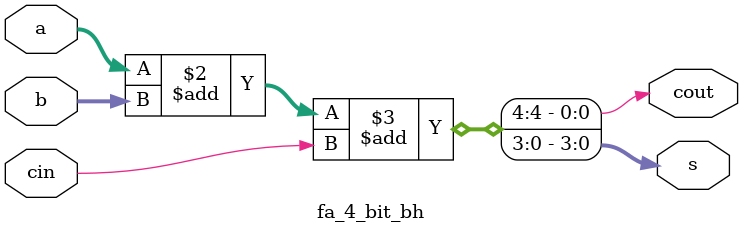
<source format=v>

module full_adder(sum, cout, a, b, cin);
  input a, b, cin;
  output sum, cout;

  assign sum = a ^ b ^ cin;
  assign cout = (a & b) | (b & cin) | (a & cin);
endmodule

// structural_________
module fa_4_bit_st (cout,s,a,b,cin);
  input [3:0] a,b;
  output cout ;
  output [3:0] s;
  input cin;
  wire n1,n2,n0;

  full_adder fa0 (s[0], n0, a[0], b[0], cin);
  full_adder fa1 (s[1], n1, a[1], b[1], n0);
  full_adder fa2 (s[2], n2, a[2], b[2], n1);
  full_adder fa3 (s[3], cout, a[3], b[3], n2);
  
endmodule

// dataflow___________
module fa_4_bit_df(cout, s, a,b,cin);
  input cin;
  input [3:0] a,b;
  output cout;
  output [3:0] s;

  assign {cout ,s}= a+b+cin;
endmodule

// behavioral______________
module fa_4_bit_bh(cout, s, a,b,cin);
  input cin;
  input [3:0] a,b;
  output reg cout;
  output reg [3:0] s;
  
always @(a,b,cin)
 {cout ,s}= a+b+cin;
endmodule

</source>
